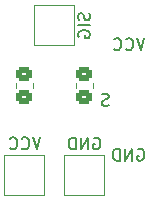
<source format=gbr>
%TF.GenerationSoftware,KiCad,Pcbnew,7.0.7*%
%TF.CreationDate,2024-01-02T00:36:13-08:00*%
%TF.ProjectId,edge_board,65646765-5f62-46f6-9172-642e6b696361,rev?*%
%TF.SameCoordinates,Original*%
%TF.FileFunction,Legend,Bot*%
%TF.FilePolarity,Positive*%
%FSLAX46Y46*%
G04 Gerber Fmt 4.6, Leading zero omitted, Abs format (unit mm)*
G04 Created by KiCad (PCBNEW 7.0.7) date 2024-01-02 00:36:13*
%MOMM*%
%LPD*%
G01*
G04 APERTURE LIST*
G04 Aperture macros list*
%AMRoundRect*
0 Rectangle with rounded corners*
0 $1 Rounding radius*
0 $2 $3 $4 $5 $6 $7 $8 $9 X,Y pos of 4 corners*
0 Add a 4 corners polygon primitive as box body*
4,1,4,$2,$3,$4,$5,$6,$7,$8,$9,$2,$3,0*
0 Add four circle primitives for the rounded corners*
1,1,$1+$1,$2,$3*
1,1,$1+$1,$4,$5*
1,1,$1+$1,$6,$7*
1,1,$1+$1,$8,$9*
0 Add four rect primitives between the rounded corners*
20,1,$1+$1,$2,$3,$4,$5,0*
20,1,$1+$1,$4,$5,$6,$7,0*
20,1,$1+$1,$6,$7,$8,$9,0*
20,1,$1+$1,$8,$9,$2,$3,0*%
G04 Aperture macros list end*
%ADD10C,0.150000*%
%ADD11C,0.120000*%
%ADD12C,2.200000*%
%ADD13R,5.000000X2.000000*%
%ADD14C,1.900000*%
%ADD15R,3.000000X3.000000*%
%ADD16RoundRect,0.250000X-0.450000X0.350000X-0.450000X-0.350000X0.450000X-0.350000X0.450000X0.350000X0*%
%ADD17RoundRect,0.250000X0.450000X-0.350000X0.450000X0.350000X-0.450000X0.350000X-0.450000X-0.350000X0*%
G04 APERTURE END LIST*
D10*
X142657200Y-81526191D02*
X142704819Y-81669048D01*
X142704819Y-81669048D02*
X142704819Y-81907143D01*
X142704819Y-81907143D02*
X142657200Y-82002381D01*
X142657200Y-82002381D02*
X142609580Y-82050000D01*
X142609580Y-82050000D02*
X142514342Y-82097619D01*
X142514342Y-82097619D02*
X142419104Y-82097619D01*
X142419104Y-82097619D02*
X142323866Y-82050000D01*
X142323866Y-82050000D02*
X142276247Y-82002381D01*
X142276247Y-82002381D02*
X142228628Y-81907143D01*
X142228628Y-81907143D02*
X142181009Y-81716667D01*
X142181009Y-81716667D02*
X142133390Y-81621429D01*
X142133390Y-81621429D02*
X142085771Y-81573810D01*
X142085771Y-81573810D02*
X141990533Y-81526191D01*
X141990533Y-81526191D02*
X141895295Y-81526191D01*
X141895295Y-81526191D02*
X141800057Y-81573810D01*
X141800057Y-81573810D02*
X141752438Y-81621429D01*
X141752438Y-81621429D02*
X141704819Y-81716667D01*
X141704819Y-81716667D02*
X141704819Y-81954762D01*
X141704819Y-81954762D02*
X141752438Y-82097619D01*
X142704819Y-82526191D02*
X141704819Y-82526191D01*
X141752438Y-83526190D02*
X141704819Y-83430952D01*
X141704819Y-83430952D02*
X141704819Y-83288095D01*
X141704819Y-83288095D02*
X141752438Y-83145238D01*
X141752438Y-83145238D02*
X141847676Y-83050000D01*
X141847676Y-83050000D02*
X141942914Y-83002381D01*
X141942914Y-83002381D02*
X142133390Y-82954762D01*
X142133390Y-82954762D02*
X142276247Y-82954762D01*
X142276247Y-82954762D02*
X142466723Y-83002381D01*
X142466723Y-83002381D02*
X142561961Y-83050000D01*
X142561961Y-83050000D02*
X142657200Y-83145238D01*
X142657200Y-83145238D02*
X142704819Y-83288095D01*
X142704819Y-83288095D02*
X142704819Y-83383333D01*
X142704819Y-83383333D02*
X142657200Y-83526190D01*
X142657200Y-83526190D02*
X142609580Y-83573809D01*
X142609580Y-83573809D02*
X142276247Y-83573809D01*
X142276247Y-83573809D02*
X142276247Y-83383333D01*
X138523332Y-92034819D02*
X138189999Y-93034819D01*
X138189999Y-93034819D02*
X137856666Y-92034819D01*
X136951904Y-92939580D02*
X136999523Y-92987200D01*
X136999523Y-92987200D02*
X137142380Y-93034819D01*
X137142380Y-93034819D02*
X137237618Y-93034819D01*
X137237618Y-93034819D02*
X137380475Y-92987200D01*
X137380475Y-92987200D02*
X137475713Y-92891961D01*
X137475713Y-92891961D02*
X137523332Y-92796723D01*
X137523332Y-92796723D02*
X137570951Y-92606247D01*
X137570951Y-92606247D02*
X137570951Y-92463390D01*
X137570951Y-92463390D02*
X137523332Y-92272914D01*
X137523332Y-92272914D02*
X137475713Y-92177676D01*
X137475713Y-92177676D02*
X137380475Y-92082438D01*
X137380475Y-92082438D02*
X137237618Y-92034819D01*
X137237618Y-92034819D02*
X137142380Y-92034819D01*
X137142380Y-92034819D02*
X136999523Y-92082438D01*
X136999523Y-92082438D02*
X136951904Y-92130057D01*
X135951904Y-92939580D02*
X135999523Y-92987200D01*
X135999523Y-92987200D02*
X136142380Y-93034819D01*
X136142380Y-93034819D02*
X136237618Y-93034819D01*
X136237618Y-93034819D02*
X136380475Y-92987200D01*
X136380475Y-92987200D02*
X136475713Y-92891961D01*
X136475713Y-92891961D02*
X136523332Y-92796723D01*
X136523332Y-92796723D02*
X136570951Y-92606247D01*
X136570951Y-92606247D02*
X136570951Y-92463390D01*
X136570951Y-92463390D02*
X136523332Y-92272914D01*
X136523332Y-92272914D02*
X136475713Y-92177676D01*
X136475713Y-92177676D02*
X136380475Y-92082438D01*
X136380475Y-92082438D02*
X136237618Y-92034819D01*
X136237618Y-92034819D02*
X136142380Y-92034819D01*
X136142380Y-92034819D02*
X135999523Y-92082438D01*
X135999523Y-92082438D02*
X135951904Y-92130057D01*
X143021904Y-92102438D02*
X143117142Y-92054819D01*
X143117142Y-92054819D02*
X143259999Y-92054819D01*
X143259999Y-92054819D02*
X143402856Y-92102438D01*
X143402856Y-92102438D02*
X143498094Y-92197676D01*
X143498094Y-92197676D02*
X143545713Y-92292914D01*
X143545713Y-92292914D02*
X143593332Y-92483390D01*
X143593332Y-92483390D02*
X143593332Y-92626247D01*
X143593332Y-92626247D02*
X143545713Y-92816723D01*
X143545713Y-92816723D02*
X143498094Y-92911961D01*
X143498094Y-92911961D02*
X143402856Y-93007200D01*
X143402856Y-93007200D02*
X143259999Y-93054819D01*
X143259999Y-93054819D02*
X143164761Y-93054819D01*
X143164761Y-93054819D02*
X143021904Y-93007200D01*
X143021904Y-93007200D02*
X142974285Y-92959580D01*
X142974285Y-92959580D02*
X142974285Y-92626247D01*
X142974285Y-92626247D02*
X143164761Y-92626247D01*
X142545713Y-93054819D02*
X142545713Y-92054819D01*
X142545713Y-92054819D02*
X141974285Y-93054819D01*
X141974285Y-93054819D02*
X141974285Y-92054819D01*
X141498094Y-93054819D02*
X141498094Y-92054819D01*
X141498094Y-92054819D02*
X141259999Y-92054819D01*
X141259999Y-92054819D02*
X141117142Y-92102438D01*
X141117142Y-92102438D02*
X141021904Y-92197676D01*
X141021904Y-92197676D02*
X140974285Y-92292914D01*
X140974285Y-92292914D02*
X140926666Y-92483390D01*
X140926666Y-92483390D02*
X140926666Y-92626247D01*
X140926666Y-92626247D02*
X140974285Y-92816723D01*
X140974285Y-92816723D02*
X141021904Y-92911961D01*
X141021904Y-92911961D02*
X141117142Y-93007200D01*
X141117142Y-93007200D02*
X141259999Y-93054819D01*
X141259999Y-93054819D02*
X141498094Y-93054819D01*
X147333332Y-83644819D02*
X146999999Y-84644819D01*
X146999999Y-84644819D02*
X146666666Y-83644819D01*
X145761904Y-84549580D02*
X145809523Y-84597200D01*
X145809523Y-84597200D02*
X145952380Y-84644819D01*
X145952380Y-84644819D02*
X146047618Y-84644819D01*
X146047618Y-84644819D02*
X146190475Y-84597200D01*
X146190475Y-84597200D02*
X146285713Y-84501961D01*
X146285713Y-84501961D02*
X146333332Y-84406723D01*
X146333332Y-84406723D02*
X146380951Y-84216247D01*
X146380951Y-84216247D02*
X146380951Y-84073390D01*
X146380951Y-84073390D02*
X146333332Y-83882914D01*
X146333332Y-83882914D02*
X146285713Y-83787676D01*
X146285713Y-83787676D02*
X146190475Y-83692438D01*
X146190475Y-83692438D02*
X146047618Y-83644819D01*
X146047618Y-83644819D02*
X145952380Y-83644819D01*
X145952380Y-83644819D02*
X145809523Y-83692438D01*
X145809523Y-83692438D02*
X145761904Y-83740057D01*
X144761904Y-84549580D02*
X144809523Y-84597200D01*
X144809523Y-84597200D02*
X144952380Y-84644819D01*
X144952380Y-84644819D02*
X145047618Y-84644819D01*
X145047618Y-84644819D02*
X145190475Y-84597200D01*
X145190475Y-84597200D02*
X145285713Y-84501961D01*
X145285713Y-84501961D02*
X145333332Y-84406723D01*
X145333332Y-84406723D02*
X145380951Y-84216247D01*
X145380951Y-84216247D02*
X145380951Y-84073390D01*
X145380951Y-84073390D02*
X145333332Y-83882914D01*
X145333332Y-83882914D02*
X145285713Y-83787676D01*
X145285713Y-83787676D02*
X145190475Y-83692438D01*
X145190475Y-83692438D02*
X145047618Y-83644819D01*
X145047618Y-83644819D02*
X144952380Y-83644819D01*
X144952380Y-83644819D02*
X144809523Y-83692438D01*
X144809523Y-83692438D02*
X144761904Y-83740057D01*
X144285713Y-89297200D02*
X144142856Y-89344819D01*
X144142856Y-89344819D02*
X143904761Y-89344819D01*
X143904761Y-89344819D02*
X143809523Y-89297200D01*
X143809523Y-89297200D02*
X143761904Y-89249580D01*
X143761904Y-89249580D02*
X143714285Y-89154342D01*
X143714285Y-89154342D02*
X143714285Y-89059104D01*
X143714285Y-89059104D02*
X143761904Y-88963866D01*
X143761904Y-88963866D02*
X143809523Y-88916247D01*
X143809523Y-88916247D02*
X143904761Y-88868628D01*
X143904761Y-88868628D02*
X144095237Y-88821009D01*
X144095237Y-88821009D02*
X144190475Y-88773390D01*
X144190475Y-88773390D02*
X144238094Y-88725771D01*
X144238094Y-88725771D02*
X144285713Y-88630533D01*
X144285713Y-88630533D02*
X144285713Y-88535295D01*
X144285713Y-88535295D02*
X144238094Y-88440057D01*
X144238094Y-88440057D02*
X144190475Y-88392438D01*
X144190475Y-88392438D02*
X144095237Y-88344819D01*
X144095237Y-88344819D02*
X143857142Y-88344819D01*
X143857142Y-88344819D02*
X143714285Y-88392438D01*
X146741904Y-93042438D02*
X146837142Y-92994819D01*
X146837142Y-92994819D02*
X146979999Y-92994819D01*
X146979999Y-92994819D02*
X147122856Y-93042438D01*
X147122856Y-93042438D02*
X147218094Y-93137676D01*
X147218094Y-93137676D02*
X147265713Y-93232914D01*
X147265713Y-93232914D02*
X147313332Y-93423390D01*
X147313332Y-93423390D02*
X147313332Y-93566247D01*
X147313332Y-93566247D02*
X147265713Y-93756723D01*
X147265713Y-93756723D02*
X147218094Y-93851961D01*
X147218094Y-93851961D02*
X147122856Y-93947200D01*
X147122856Y-93947200D02*
X146979999Y-93994819D01*
X146979999Y-93994819D02*
X146884761Y-93994819D01*
X146884761Y-93994819D02*
X146741904Y-93947200D01*
X146741904Y-93947200D02*
X146694285Y-93899580D01*
X146694285Y-93899580D02*
X146694285Y-93566247D01*
X146694285Y-93566247D02*
X146884761Y-93566247D01*
X146265713Y-93994819D02*
X146265713Y-92994819D01*
X146265713Y-92994819D02*
X145694285Y-93994819D01*
X145694285Y-93994819D02*
X145694285Y-92994819D01*
X145218094Y-93994819D02*
X145218094Y-92994819D01*
X145218094Y-92994819D02*
X144979999Y-92994819D01*
X144979999Y-92994819D02*
X144837142Y-93042438D01*
X144837142Y-93042438D02*
X144741904Y-93137676D01*
X144741904Y-93137676D02*
X144694285Y-93232914D01*
X144694285Y-93232914D02*
X144646666Y-93423390D01*
X144646666Y-93423390D02*
X144646666Y-93566247D01*
X144646666Y-93566247D02*
X144694285Y-93756723D01*
X144694285Y-93756723D02*
X144741904Y-93851961D01*
X144741904Y-93851961D02*
X144837142Y-93947200D01*
X144837142Y-93947200D02*
X144979999Y-93994819D01*
X144979999Y-93994819D02*
X145218094Y-93994819D01*
D11*
%TO.C,TP2*%
X141400000Y-80850000D02*
X138000000Y-80850000D01*
X138000000Y-80850000D02*
X138000000Y-84250000D01*
X141400000Y-84250000D02*
X141400000Y-80850000D01*
X138000000Y-84250000D02*
X141400000Y-84250000D01*
%TO.C,R1*%
X137895000Y-87402936D02*
X137895000Y-87857064D01*
X136425000Y-87402936D02*
X136425000Y-87857064D01*
%TO.C,TP1*%
X138860000Y-96950000D02*
X138860000Y-93550000D01*
X138860000Y-93550000D02*
X135460000Y-93550000D01*
X135460000Y-96950000D02*
X138860000Y-96950000D01*
X135460000Y-93550000D02*
X135460000Y-96950000D01*
%TO.C,TP3*%
X143940000Y-96950000D02*
X143940000Y-93550000D01*
X143940000Y-93550000D02*
X140540000Y-93550000D01*
X140540000Y-96950000D02*
X143940000Y-96950000D01*
X140540000Y-93550000D02*
X140540000Y-96950000D01*
%TO.C,R2*%
X141505000Y-87857064D02*
X141505000Y-87402936D01*
X142975000Y-87857064D02*
X142975000Y-87402936D01*
%TD*%
%LPC*%
D12*
%TO.C,H2*%
X130810000Y-81280000D03*
%TD*%
%TO.C,H4*%
X130810000Y-96520000D03*
%TD*%
D13*
%TO.C,J2*%
X147320000Y-86360000D03*
X147320000Y-88900000D03*
X147320000Y-91440000D03*
%TD*%
D12*
%TO.C,H3*%
X148590000Y-96520000D03*
%TD*%
%TO.C,H1*%
X148590000Y-81280000D03*
%TD*%
D14*
%TO.C,J1*%
X132080000Y-86360000D03*
X132080000Y-88900000D03*
X132080000Y-91440000D03*
%TD*%
D15*
%TO.C,TP2*%
X139700000Y-82550000D03*
%TD*%
D16*
%TO.C,R1*%
X137160000Y-86630000D03*
X137160000Y-88630000D03*
%TD*%
D15*
%TO.C,TP1*%
X137160000Y-95250000D03*
%TD*%
%TO.C,TP3*%
X142240000Y-95250000D03*
%TD*%
D17*
%TO.C,R2*%
X142240000Y-88630000D03*
X142240000Y-86630000D03*
%TD*%
%LPD*%
M02*

</source>
